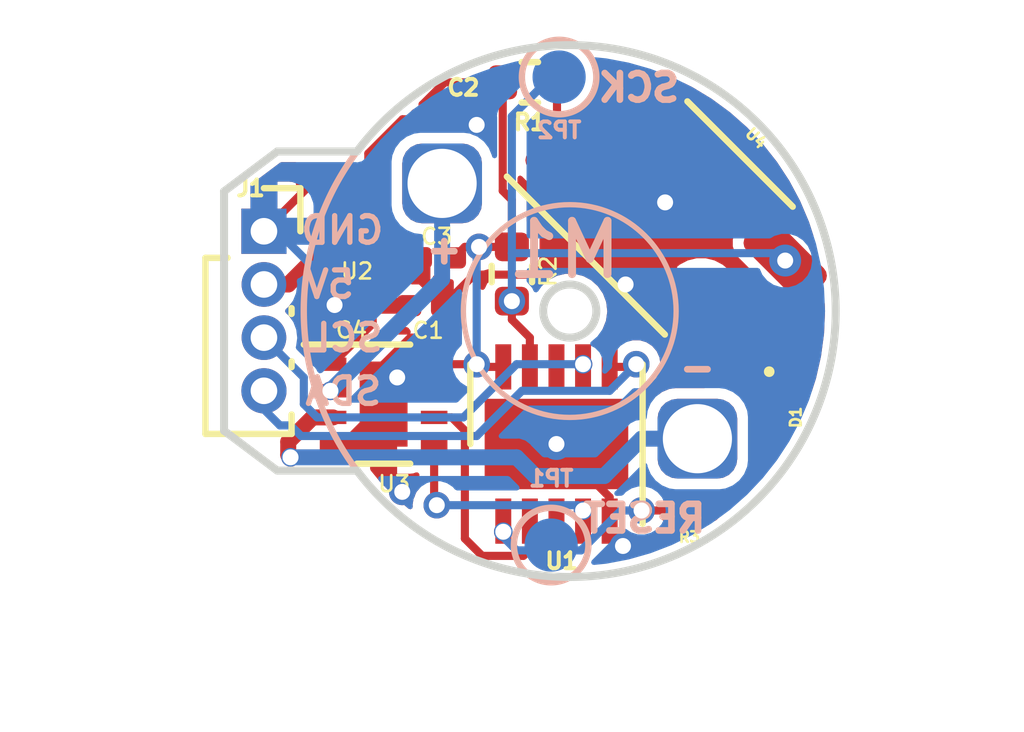
<source format=kicad_pcb>
(kicad_pcb (version 20211014) (generator pcbnew)
  (layers (0 "F.Cu" signal "Top") (31 "B.Cu" signal "Bottom") (34 "B.Paste" user) (35 "F.Paste" user) (36 "B.SilkS" user "B.Silkscreen") (37 "F.SilkS" user "F.Silkscreen") (38 "B.Mask" user) (39 "F.Mask" user) (44 "Edge.Cuts" user))
  (net 0 "")
  (net 1 "GND")
  (net 2 "+5V")
  (net 3 "M+")
  (net 7 "M-")
  (net 8 "+3V3")
  (net 9 "I2C_SCL")
  (net 10 "I2C_SDA")
  (net 11 "Net-(TP1-Pad1)")
  (net 12 "IR_SIG")
  (net 13 "Net-(U3-Pad6)")
  (net 14 "Net-(U3-Pad5)")
  (net 15 "Net-(U4-Pad1)")
  (net 16 "Net-(D1-Pad2)")
  (footprint "Resistor_SMD:R_0201_0603Metric" (layer "F.Cu") (at 102.25 103.75)
    (fp_text reference "R3" (at 0 0.5) (layer "F.SilkS") (effects (font (size 0.2 0.2) (thickness 0.05))))
    (fp_text value "100")
    (pad "1" smd roundrect locked (at -0.32 0) (size 0.46 0.4) (layers "F.Cu" "F.Mask") (net 11 "Net-(TP1-Pad1)"))
    (pad "2" smd roundrect locked (at 0.32 0) (size 0.46 0.4) (layers "F.Cu" "F.Mask") (net 16 "Net-(D1-Pad2)"))
  )
  (footprint "Package_DFN_QFN:DFN-10-1EP_3x3mm_P0.5mm_EP1.75x2.7mm" (layer "F.Cu") (at 99.75 102.5 90)
    (fp_text reference "U1" (at -2.2 0.1 180) (layer "F.SilkS") (effects (font (size 0.3 0.3) (thickness 0.075))))
    (fp_text value "ATtiny13A-MM")
    (fp_line (start -1.5 1.62) (end 1.5 1.62) (layer "F.SilkS") (width 0.12))
    (fp_line (start 0 -1.62) (end 1.5 -1.62) (layer "F.SilkS") (width 0.12))
    (pad "1" smd rect (at -1.45 -1 90) (size 0.85 0.3) (layers "F.Cu" "F.Paste" "F.Mask") (net 11 "Net-(TP1-Pad1)"))
    (pad "2" smd rect (at -1.45 -0.5 90) (size 0.85 0.3) (layers "F.Cu" "F.Paste" "F.Mask") (net 13 "Net-(U3-Pad6)"))
    (pad "3" smd rect (at -1.45 0 90) (size 0.85 0.3) (layers "F.Cu" "F.Paste" "F.Mask"))
    (pad "4" smd rect (at -1.45 0.5 90) (size 0.85 0.3) (layers "F.Cu" "F.Paste" "F.Mask") (net 14 "Net-(U3-Pad5)"))
    (pad "5" smd rect (at -1.45 1 90) (size 0.85 0.3) (layers "F.Cu" "F.Paste" "F.Mask") (net 1 "GND"))
    (pad "6" smd rect (at 1.45 1 90) (size 0.85 0.3) (layers "F.Cu" "F.Paste" "F.Mask") (net 10 "I2C_SDA"))
    (pad "7" smd rect (at 1.45 0.5 90) (size 0.85 0.3) (layers "F.Cu" "F.Paste" "F.Mask") (net 9 "I2C_SCL"))
    (pad "8" smd rect (at 1.45 0 90) (size 0.85 0.3) (layers "F.Cu" "F.Paste" "F.Mask"))
    (pad "9" smd rect (at 1.45 -0.5 90) (size 0.85 0.3) (layers "F.Cu" "F.Paste" "F.Mask") (net 12 "IR_SIG"))
    (pad "10" smd rect (at 1.45 -1 90) (size 0.85 0.3) (layers "F.Cu" "F.Paste" "F.Mask") (net 8 "+3V3"))
    (pad "11" smd rect (at 0 0 90) (size 1.7 2.7) (layers "F.Cu" "F.Mask") (net 1 "GND"))
  )
  (footprint "Capacitor_SMD:C_0201_0603Metric" (layer "F.Cu") (at 97.5 99)
    (fp_text reference "C3" (at -0.001836 -0.400809) (layer "F.SilkS") (effects (font (size 0.3 0.3) (thickness 0.05))))
    (fp_text value "0.1uF")
    (pad "1" smd roundrect locked (at -0.32 0) (size 0.46 0.4) (layers "F.Cu" "F.Mask") (net 1 "GND"))
    (pad "2" smd roundrect locked (at 0.32 0) (size 0.46 0.4) (layers "F.Cu" "F.Mask") (net 8 "+3V3"))
  )
  (footprint "LED_SMD:LED_0201_0603Metric" (layer "F.Cu") (at 103.75 102 -90)
    (fp_text reference "D1" (at 0 -0.5 90) (layer "F.SilkS") (effects (font (size 0.2 0.2) (thickness 0.05))))
    (fp_text value "LED")
    (fp_circle (center -0.86 0) (end -0.81 0) (layer "F.SilkS") (width 0.1) (fill none))
    (pad "1" smd roundrect locked (at -0.32 0 270) (size 0.46 0.4) (layers "F.Cu" "F.Mask") (net 1 "GND"))
    (pad "2" smd roundrect locked (at 0.32 0 270) (size 0.46 0.4) (layers "F.Cu" "F.Mask") (net 16 "Net-(D1-Pad2)"))
  )
  (footprint "Resistor_SMD:R_0402_1005Metric" (layer "F.Cu") (at 99.25 95.7)
    (fp_text reference "R1" (at 0 0.75) (layer "F.SilkS") (effects (font (size 0.3 0.3) (thickness 0.075))))
    (fp_text value "100")
    (fp_line (start -0.153641 -0.38) (end 0.153641 -0.38) (layer "F.SilkS") (width 0.12))
    (fp_line (start -0.153641 0.38) (end 0.153641 0.38) (layer "F.SilkS") (width 0.12))
    (pad "1" smd roundrect locked (at -0.51 0) (size 0.54 0.64) (layers "F.Cu" "F.Paste" "F.Mask") (net 8 "+3V3"))
    (pad "2" smd roundrect locked (at 0.51 0) (size 0.54 0.64) (layers "F.Cu" "F.Paste" "F.Mask") (net 15 "Net-(U4-Pad1)"))
  )
  (footprint "Package_SON:WSON-8-1EP_2x2mm_P0.5mm_EP0.9x1.6mm" (layer "F.Cu") (at 96.5 101.75)
    (fp_text reference "U3" (at 0.2 1.5) (layer "F.SilkS") (effects (font (size 0.3 0.3) (thickness 0.05))))
    (fp_text value "DRV8837C")
    (fp_line (start -1.5 -1.12) (end 0.5 -1.12) (layer "F.SilkS") (width 0.12))
    (fp_line (start 0.5 1.12) (end -0.5 1.12) (layer "F.SilkS") (width 0.12))
    (pad "1" smd rect locked (at -0.95 -0.75) (size 0.5 0.25) (layers "F.Cu" "F.Paste" "F.Mask") (net 2 "+5V"))
    (pad "2" smd rect locked (at -0.95 -0.25) (size 0.5 0.25) (layers "F.Cu" "F.Paste" "F.Mask") (net 3 "M+"))
    (pad "3" smd rect locked (at -0.95 0.25) (size 0.5 0.25) (layers "F.Cu" "F.Paste" "F.Mask") (net 7 "M-"))
    (pad "4" smd rect locked (at -0.95 0.75) (size 0.5 0.25) (layers "F.Cu" "F.Paste" "F.Mask") (net 1 "GND"))
    (pad "5" smd rect locked (at 0.95 0.75) (size 0.5 0.25) (layers "F.Cu" "F.Paste" "F.Mask") (net 14 "Net-(U3-Pad5)"))
    (pad "6" smd rect locked (at 0.95 0.25) (size 0.5 0.25) (layers "F.Cu" "F.Paste" "F.Mask") (net 13 "Net-(U3-Pad6)"))
    (pad "7" smd rect locked (at 0.95 -0.25) (size 0.5 0.25) (layers "F.Cu" "F.Paste" "F.Mask"))
    (pad "8" smd rect locked (at 0.95 -0.75) (size 0.5 0.25) (layers "F.Cu" "F.Paste" "F.Mask") (net 8 "+3V3"))
    (pad "9" smd rect locked (at 0 0) (size 0.9 1.6) (layers "F.Cu" "F.Mask") (net 1 "GND"))
  )
  (footprint "Resistor_SMD:R_0402_1005Metric" (layer "F.Cu") (at 98.911561 99.303931 -90)
    (fp_text reference "R2" (at -0.050565 -0.682906 90) (layer "F.SilkS") (effects (font (size 0.3 0.3) (thickness 0.05))))
    (fp_text value "10k")
    (fp_line (start -0.153641 -0.38) (end 0.153641 -0.38) (layer "F.SilkS") (width 0.12))
    (fp_line (start -0.153641 0.38) (end 0.153641 0.38) (layer "F.SilkS") (width 0.12))
    (pad "1" smd roundrect locked (at -0.51 0 270) (size 0.54 0.64) (layers "F.Cu" "F.Paste" "F.Mask") (net 8 "+3V3"))
    (pad "2" smd roundrect locked (at 0.51 0 270) (size 0.54 0.64) (layers "F.Cu" "F.Paste" "F.Mask") (net 12 "IR_SIG"))
  )
  (footprint "Capacitor_SMD:C_0201_0603Metric" (layer "F.Cu") (at 95.9 99.9)
    (fp_text reference "C4" (at -0.003811 0.460079) (layer "F.SilkS") (effects (font (size 0.3 0.3) (thickness 0.05))))
    (fp_text value "0.1uF")
    (pad "1" smd roundrect locked (at -0.32 0) (size 0.46 0.4) (layers "F.Cu" "F.Mask") (net 1 "GND"))
    (pad "2" smd roundrect locked (at 0.32 0) (size 0.46 0.4) (layers "F.Cu" "F.Mask") (net 2 "+5V"))
  )
  (footprint "MIC5365-3.3YMT-TZ:MIC5365-3.3YMT-TZ" (layer "F.Cu") (at 95.9 98.1 -90)
    (fp_text reference "U2" (at 1.15 -0.1 180) (layer "F.SilkS") (effects (font (size 0.3 0.3) (thickness 0.05))))
    (fp_text value "MIC5365-3.3YMT-TZ" hide)
    (pad "1" smd roundrect (at -0.52 -0.311917 270) (size 0.67 0.38) (layers "F.Cu" "F.Paste" "F.Mask") (roundrect_rratio 0.15) (chamfer_ratio 0.5) (chamfer bottom_right) (net 8 "+3V3"))
    (pad "2" smd roundrect (at -0.52 0.31 270) (size 0.675 0.380058) (layers "F.Cu" "F.Paste" "F.Mask") (roundrect_rratio 0.1500007894) (chamfer_ratio 0.5) (chamfer top_right) (net 1 "GND"))
    (pad "3" smd roundrect (at 0.52 0.31 270) (size 0.67 0.380118) (layers "F.Cu" "F.Paste" "F.Mask") (roundrect_rratio 0.1500007892) (chamfer_ratio 0.5) (chamfer top_left) (net 2 "+5V"))
    (pad "4" smd roundrect (at 0.5207 -0.312501 270) (size 0.67105 0.380238) (layers "F.Cu" "F.Paste" "F.Mask") (roundrect_rratio 0.150000789) (chamfer_ratio 0.5) (chamfer bottom_left) (net 2 "+5V"))
    (pad "5" smd roundrect (at 0 0 315) (size 0.39 0.39) (layers "F.Cu" "F.Paste" "F.Mask") (roundrect_rratio 0.1) (net 1 "GND"))
  )
  (footprint "OptoDevice:OnSemi_CASE100CY" (layer "F.Cu") (at 102 98.25 45)
    (fp_text reference "U4" (at 2.12132 0 135) (layer "F.SilkS") (effects (font (size 0.2 0.2) (thickness 0.05))))
    (fp_text value "QRE1113GR")
    (fp_line (start -1.7 1.4) (end -1.7 -2.8) (layer "F.SilkS") (width 0.12))
    (fp_line (start 1.7 1.4) (end 1.7 -1.4) (layer "F.SilkS") (width 0.12))
    (pad "1" smd roundrect locked (at -0.9 -2 45) (size 0.79 1.66) (layers "F.Cu" "F.Paste" "F.Mask") (net 15 "Net-(U4-Pad1)"))
    (pad "2" smd roundrect locked (at -0.9 2 45) (size 0.79 1.66) (layers "F.Cu" "F.Paste" "F.Mask") (net 1 "GND"))
    (pad "3" smd roundrect locked (at 0.9 2 45) (size 0.79 1.66) (layers "F.Cu" "F.Paste" "F.Mask") (net 12 "IR_SIG"))
    (pad "4" smd roundrect locked (at 0.9 -2 45) (size 0.79 1.66) (layers "F.Cu" "F.Paste" "F.Mask") (net 1 "GND"))
  )
  (footprint "Connector_PinSocket_1.00mm:PinSocket_1x04_P1.00mm_Vertical" (layer "F.Cu") (at 94.25 98.5)
    (fp_text reference "J1" (at -0.25 -0.81) (layer "F.SilkS") (effects (font (size 0.3 0.3) (thickness 0.075))))
    (fp_text value "Conn_01x04")
    (fp_text user "SCL" (at 2.285642 2.004693 unlocked) (layer "B.SilkS") (effects (font (size 0.5 0.5) (thickness 0.1)) (justify left mirror)))
    (fp_text user "5V" (at 1.75 1 unlocked) (layer "B.SilkS") (effects (font (size 0.5 0.5) (thickness 0.1)) (justify left mirror)))
    (fp_text user "GND" (at 2.3 -0.02 unlocked) (layer "B.SilkS") (effects (font (size 0.5 0.5) (thickness 0.1)) (justify left mirror)))
    (fp_text user "SDA" (at 2.26 3.01 unlocked) (layer "B.SilkS") (effects (font (size 0.5 0.5) (thickness 0.1)) (justify left mirror)))
    (fp_line (start 0.52 3.445898) (end 0.52 3.81) (layer "F.SilkS") (width 0.12))
    (fp_line (start 0 -0.81) (end 0.685 -0.81) (layer "F.SilkS") (width 0.12))
    (fp_line (start -1.1 0.5) (end -1.1 3.81) (layer "F.SilkS") (width 0.12))
    (fp_line (start 0.52 2.445898) (end 0.52 2.554102) (layer "F.SilkS") (width 0.12))
    (fp_line (start -1.1 0.5) (end -0.685 0.5) (layer "F.SilkS") (width 0.12))
    (fp_line (start -1.1 3.81) (end 0.52 3.81) (layer "F.SilkS") (width 0.12))
    (fp_line (start 0.52 1.445898) (end 0.52 1.554102) (layer "F.SilkS") (width 0.12))
    (fp_line (start 0.685 -0.81) (end 0.685 0) (layer "F.SilkS") (width 0.12))
    (pad "1" thru_hole rect (at 0 0) (size 0.85 0.85) (drill 0.5) (layers *.Cu *.Mask) (net 1 "GND"))
    (pad "2" thru_hole oval (at 0 1) (size 0.84 0.84) (drill 0.5) (layers *.Cu *.Mask) (net 2 "+5V"))
    (pad "3" thru_hole oval (at 0 2) (size 0.84 0.84) (drill 0.5) (layers *.Cu *.Mask) (net 9 "I2C_SCL"))
    (pad "4" thru_hole oval (at 0 3) (size 0.85 0.85) (drill 0.5) (layers *.Cu *.Mask) (net 10 "I2C_SDA"))
  )
  (footprint "Capacitor_SMD:C_0201_0603Metric" (layer "F.Cu") (at 97.3 99.9 180)
    (fp_text reference "C1" (at -0.038174 -0.465662 180) (layer "F.SilkS") (effects (font (size 0.3 0.3) (thickness 0.05))))
    (fp_text value "1uF")
    (pad "1" smd roundrect locked (at -0.32 0 180) (size 0.46 0.4) (layers "F.Cu" "F.Mask") (net 1 "GND"))
    (pad "2" smd roundrect locked (at 0.32 0 180) (size 0.46 0.4) (layers "F.Cu" "F.Mask") (net 2 "+5V"))
  )
  (footprint "Capacitor_SMD:C_0201_0603Metric" (layer "F.Cu") (at 97.551752 96.394477 180)
    (fp_text reference "C2" (at -0.448248 0.594477) (layer "F.SilkS") (effects (font (size 0.3 0.3) (thickness 0.075))))
    (fp_text value "1uF")
    (pad "1" smd roundrect locked (at -0.32 0 180) (size 0.46 0.4) (layers "F.Cu" "F.Mask") (net 1 "GND"))
    (pad "2" smd roundrect locked (at 0.32 0 180) (size 0.46 0.4) (layers "F.Cu" "F.Mask") (net 8 "+3V3"))
  )
  (footprint "TestPoint:TestPoint_Pad_D1.0mm" (layer "B.Cu") (at 99.8 95.6)
    (fp_text reference "TP2" (at 0 1) (layer "B.SilkS") (effects (font (size 0.3 0.3) (thickness 0.075)) (justify mirror)))
    (fp_text value "SCK" (at 1.5 0.2) (layer "B.SilkS") (effects (font (size 0.5 0.5) (thickness 0.125)) (justify mirror)))
    (fp_circle (center 0 0) (end 0 -0.7) (layer "B.SilkS") (width 0.12) (fill none))
    (pad "1" smd circle locked (at 0 0) (size 1 1) (layers "B.Cu" "B.Mask") (net 12 "IR_SIG"))
  )
  (footprint "project-footprints:9161C-m10-motor" (layer "B.Cu") (at 100 100 180)
    (fp_text reference "M1" (at 0.1 1.15 unlocked) (layer "B.SilkS") (effects (justify mirror)))
    (fp_text value "9161C M10")
    (fp_text user "+" (at 2.36 1.16 unlocked) (layer "B.SilkS") (effects (font (size 0.5 0.5) (thickness 0.125)) (justify mirror)))
    (fp_text user "-" (at -2.4 -1.06 unlocked) (layer "B.SilkS") (effects (font (size 0.5 0.5) (thickness 0.125)) (justify mirror)))
    (fp_arc (start -3 4) (mid -5 0) (end -3 -4) (layer "B.SilkS") (width 0.12))
    (fp_arc (start 3 -4) (mid 5.000868 0) (end 3 4) (layer "B.SilkS") (width 0.12))
    (fp_circle (center 0 0) (end 2 0) (layer "B.SilkS") (width 0.1) (fill none))
    (fp_circle (center 0 0) (end 0 -0.5) (layer "Edge.Cuts") (width 0.15) (fill none))
    (pad "1" thru_hole roundrect (at 2.4 2.4 180) (size 1.5 1.5) (drill 1.3) (layers *.Cu *.Mask) (net 3 "M+") (clearance 0.2))
    (pad "2" thru_hole roundrect (at -2.4 -2.4 180) (size 1.5 1.5) (drill 1.3) (layers *.Cu *.Mask) (net 7 "M-") (clearance 0.2))
  )
  (footprint "TestPoint:TestPoint_Pad_D1.0mm" (layer "B.Cu") (at 99.65 104.4)
    (fp_text reference "TP1" (at 0 -1.25) (layer "B.SilkS") (effects (font (size 0.3 0.3) (thickness 0.075)) (justify mirror)))
    (fp_text value "RESET" (at 1.75 -0.5) (layer "B.SilkS") (effects (font (size 0.5 0.5) (thickness 0.125)) (justify mirror)))
    (fp_circle (center 0 0) (end 0 -0.7) (layer "B.SilkS") (width 0.12) (fill none))
    (pad "1" smd circle locked (at 0 0) (size 1 1) (layers "B.Cu" "B.Mask") (net 11 "Net-(TP1-Pad1)"))
  )
  (gr_arc (start 96 97) (mid 104.999989 100) (end 96 103) (layer "Edge.Cuts") (width 0.15))
  (gr_line (start 93.5 97.75) (end 93.5 102.25) (layer "Edge.Cuts") (width 0.15))
  (gr_line (start 96 97) (end 94.5 97) (layer "Edge.Cuts") (width 0.15))
  (gr_line (start 94.5 97) (end 93.5 97.75) (layer "Edge.Cuts") (width 0.15))
  (gr_line (start 93.5 102.25) (end 94.5 103) (layer "Edge.Cuts") (width 0.15))
  (gr_line (start 94.5 103) (end 96 103) (layer "Edge.Cuts") (width 0.15))
  (segment (start 95.75 102.5) (end 95.55 102.5) (width 0.1524) (layer "F.Cu") (net 1))
  (segment (start 101.1 101.7) (end 101.35 101.7) (width 0.1524) (layer "F.Cu") (net 1))
  (segment (start 95.1707 97.5793) (end 95.587499 97.5793) (width 0.1524) (layer "F.Cu") (net 1))
  (segment (start 101.222183 96.19939) (end 101.222183 96.222183) (width 0.1524) (layer "F.Cu") (net 1))
  (segment (start 98.144477 96.394477) (end 98.25 96.5) (width 0.1524) (layer "F.Cu") (net 1))
  (segment (start 97.5 100.5) (end 97 100.5) (width 0.1524) (layer "F.Cu") (net 1))
  (segment (start 97.62 99.845969) (end 97.62 99.9) (width 0.1524) (layer "F.Cu") (net 1))
  (segment (start 102.74939 100.30061) (end 102.777817 100.30061) (width 0.1524) (layer "F.Cu") (net 1))
  (segment (start 101.222183 96.19939) (end 101.793018 96.770225) (width 0.1524) (layer "F.Cu") (net 1))
  (segment (start 96.5 101) (end 96.5 101.75) (width 0.1524) (layer "F.Cu") (net 1))
  (segment (start 101.608829 99.5) (end 101.793018 99.315811) (width 0.1524) (layer "F.Cu") (net 1))
  (segment (start 100.75 103.95) (end 100.75 103.5) (width 0.1524) (layer "F.Cu") (net 1))
  (segment (start 100.75 103.95) (end 100.75 104.166786) (width 0.1524) (layer "F.Cu") (net 1))
  (segment (start 101.793018 96.770225) (end 101.793018 97.956982) (width 0.1524) (layer "F.Cu") (net 1))
  (segment (start 100.75 104.166786) (end 101.000634 104.41742) (width 0.1524) (layer "F.Cu") (net 1))
  (segment (start 97.62 99.9) (end 97.5 100.02) (width 0.1524) (layer "F.Cu") (net 1))
  (segment (start 96.5 101.75) (end 95.75 102.5) (width 0.1524) (layer "F.Cu") (net 1))
  (segment (start 97 100.5) (end 96.5 101) (width 0.1524) (layer "F.Cu") (net 1))
  (segment (start 101.05 99.5) (end 101.608829 99.5) (width 0.1524) (layer "F.Cu") (net 1))
  (segment (start 101.35 101.7) (end 102.74939 100.30061) (width 0.1524) (layer "F.Cu") (net 1))
  (segment (start 95.587499 97.5793) (end 95.587499 97.787499) (width 0.1524) (layer "F.Cu") (net 1))
  (segment (start 97.18 99.405969) (end 97.62 99.845969) (width 0.1524) (layer "F.Cu") (net 1))
  (segment (start 103.75 101.68) (end 103.75 101.272793) (width 0.1524) (layer "F.Cu") (net 1))
  (segment (start 98.204189 99.315811) (end 99.434189 99.315811) (width 0.1524) (layer "F.Cu") (net 1))
  (segment (start 97.5 100.02) (end 97.5 100.5) (width 0.1524) (layer "F.Cu") (net 1))
  (segment (start 94.25 98.5) (end 95.1707 97.5793) (width 0.1524) (layer "F.Cu") (net 1))
  (segment (start 100.6 99.05) (end 101.05 99.5) (width 0.1524) (layer "F.Cu") (net 1))
  (segment (start 100.75 103.5) (end 99.75 102.5) (width 0.1524) (layer "F.Cu") (net 1))
  (segment (start 97.62 99.9) (end 98.204189 99.315811) (width 0.1524) (layer "F.Cu") (net 1))
  (segment (start 97.18 99) (end 97.18 99.405969) (width 0.1524) (layer "F.Cu") (net 1))
  (segment (start 101.793018 99.315811) (end 102.777817 100.30061) (width 0.1524) (layer "F.Cu") (net 1))
  (segment (start 99.7 99.05) (end 100.6 99.05) (width 0.1524) (layer "F.Cu") (net 1))
  (segment (start 95.587499 97.787499) (end 95.9 98.1) (width 0.1524) (layer "F.Cu") (net 1))
  (segment (start 100.3 102.5) (end 101.1 101.7) (width 0.1524) (layer "F.Cu") (net 1))
  (segment (start 101.793018 97.956982) (end 101.793018 99.315811) (width 0.1524) (layer "F.Cu") (net 1))
  (segment (start 99.434189 99.315811) (end 99.7 99.05) (width 0.1524) (layer "F.Cu") (net 1))
  (segment (start 97.871752 96.394477) (end 98.144477 96.394477) (width 0.1524) (layer "F.Cu") (net 1))
  (segment (start 103.75 101.272793) (end 102.777817 100.30061) (width 0.1524) (layer "F.Cu") (net 1))
  (segment (start 99.75 102.5) (end 100.3 102.5) (width 0.1524) (layer "F.Cu") (net 1))
  (via (at 96.85 103.4) (size 0.5) (drill 0.3) (layers "F.Cu" "B.Cu") (net 1))
  (via (at 96.755458 101.248571) (size 0.5) (drill 0.3) (layers "F.Cu" "B.Cu") (net 1))
  (via (at 99.75 102.5) (size 0.6) (drill 0.3) (layers "F.Cu" "B.Cu") (net 1))
  (via (at 98.25 96.5) (size 0.4) (drill 0.3) (layers "F.Cu" "B.Cu") (net 1))
  (via (at 101.000634 104.41742) (size 0.5) (drill 0.3) (layers "F.Cu" "B.Cu") (net 1))
  (via (at 101.05 99.5) (size 0.6) (drill 0.3) (layers "F.Cu" "B.Cu") (net 1))
  (via (at 101.793018 97.956982) (size 0.6) (drill 0.3) (layers "F.Cu" "B.Cu") (net 1))
  (via (at 95.578069 99.886986) (size 0.35) (drill 0.3) (layers "F.Cu" "B.Cu") (net 1))
  (segment (start 97 96.5) (end 95 98.5) (width 0.1524) (layer "B.Cu") (net 1))
  (segment (start 95 98.5) (end 94.25 98.5) (width 0.1524) (layer "B.Cu") (net 1))
  (segment (start 98.25 96.5) (end 97 96.5) (width 0.1524) (layer "B.Cu") (net 1))
  (segment (start 95.578069 99.886986) (end 95.578069 99.578069) (width 0.1524) (layer "B.Cu") (net 1))
  (segment (start 94.5 98.5) (end 94.25 98.5) (width 0.1524) (layer "B.Cu") (net 1))
  (segment (start 95.578069 99.578069) (end 94.5 98.5) (width 0.1524) (layer "B.Cu") (net 1))
  (segment (start 96.1 99) (end 96.212501 98.887499) (width 0.3) (layer "F.Cu") (net 2))
  (segment (start 94.25 99.5) (end 94.708199 99.5) (width 0.3) (layer "F.Cu") (net 2))
  (segment (start 96.22 100.206118) (end 95.551319 100.874799) (width 0.3) (layer "F.Cu") (net 2))
  (segment (start 95.59 98.62) (end 95.59 98.84) (width 0.3) (layer "F.Cu") (net 2))
  (segment (start 96.212501 99.892501) (end 96.22 99.9) (width 0.3) (layer "F.Cu") (net 2))
  (segment (start 95.59 98.84) (end 95.75 99) (width 0.3) (layer "F.Cu") (net 2))
  (segment (start 96.22 99.9) (end 96.98 99.9) (width 0.3) (layer "F.Cu") (net 2))
  (segment (start 95.75 99) (end 96.1 99) (width 0.3) (layer "F.Cu") (net 2))
  (segment (start 96.212501 98.6207) (end 96.212501 99.892501) (width 0.3) (layer "F.Cu") (net 2))
  (segment (start 96.212501 98.887499) (end 96.212501 98.6207) (width 0.3) (layer "F.Cu") (net 2))
  (segment (start 96.22 99.9) (end 96.22 100.206118) (width 0.3) (layer "F.Cu") (net 2))
  (segment (start 94.708199 99.5) (end 95.587499 98.6207) (width 0.3) (layer "F.Cu") (net 2))
  (via (at 95.5 101.5) (size 0.35) (drill 0.3) (layers "F.Cu" "B.Cu") (net 3))
  (segment (start 97.6 99.4) (end 97.6 97.6) (width 0.3) (layer "B.Cu") (net 3))
  (segment (start 95.5 101.5) (end 97.6 99.4) (width 0.3) (layer "B.Cu") (net 3))
  (segment (start 95.55 102) (end 95.165329 102) (width 0.3) (layer "F.Cu") (net 7))
  (segment (start 95.165329 102) (end 94.706599 102.45873) (width 0.3) (layer "F.Cu") (net 7))
  (segment (start 94.706599 102.45873) (end 94.706599 102.706599) (width 0.3) (layer "F.Cu") (net 7))
  (segment (start 94.706599 102.706599) (end 94.75 102.75) (width 0.3) (layer "F.Cu") (net 7))
  (via (at 94.75 102.75) (size 0.35) (drill 0.3) (layers "F.Cu" "B.Cu") (net 7))
  (segment (start 99.351911 103.101911) (end 100.648089 103.101911) (width 0.3) (layer "B.Cu") (net 7))
  (segment (start 101.35 102.4) (end 102.4 102.4) (width 0.3) (layer "B.Cu") (net 7))
  (segment (start 100.648089 103.101911) (end 101.35 102.4) (width 0.3) (layer "B.Cu") (net 7))
  (segment (start 99 102.75) (end 99.351911 103.101911) (width 0.3) (layer "B.Cu") (net 7))
  (segment (start 94.75 102.75) (end 99 102.75) (width 0.3) (layer "B.Cu") (net 7))
  (segment (start 98.911561 98.793931) (end 98.293931 98.793931) (width 0.1524) (layer "F.Cu") (net 8))
  (segment (start 98.911561 97.911561) (end 98.74 97.74) (width 0.1524) (layer "F.Cu") (net 8))
  (segment (start 96.212501 97.5793) (end 96.212501 97.037499) (width 0.1524) (layer "F.Cu") (net 8))
  (segment (start 98.3 101.05) (end 98.25 101) (width 0.1524) (layer "F.Cu") (net 8))
  (segment (start 98.75 101.05) (end 98.3 101.05) (width 0.1524) (layer "F.Cu") (net 8))
  (segment (start 97.65 95.7) (end 98.74 95.7) (width 0.1524) (layer "F.Cu") (net 8))
  (segment (start 97.231752 96.118248) (end 97.65 95.7) (width 0.1524) (layer "F.Cu") (net 8))
  (segment (start 98.026069 98.793931) (end 97.82 99) (width 0.1524) (layer "F.Cu") (net 8))
  (segment (start 96.212501 97.037499) (end 96.855523 96.394477) (width 0.1524) (layer "F.Cu") (net 8))
  (segment (start 98.293931 98.793931) (end 98.026069 98.793931) (width 0.1524) (layer "F.Cu") (net 8))
  (segment (start 98.25 101) (end 97.45 101) (width 0.1524) (layer "F.Cu") (net 8))
  (segment (start 98.74 95.7) (end 98.74 97.74) (width 0.1524) (layer "F.Cu") (net 8))
  (segment (start 98.911561 98.793931) (end 98.911561 97.911561) (width 0.1524) (layer "F.Cu") (net 8))
  (segment (start 96.855523 96.394477) (end 97.231752 96.394477) (width 0.1524) (layer "F.Cu") (net 8))
  (segment (start 97.231752 96.394477) (end 97.231752 96.118248) (width 0.1524) (layer "F.Cu") (net 8))
  (via (at 98.293931 98.793931) (size 0.5) (drill 0.3) (layers "F.Cu" "B.Cu") (net 8))
  (via (at 98.25 101) (size 0.5) (drill 0.3) (layers "F.Cu" "B.Cu") (net 8))
  (segment (start 98.25 101) (end 98.25 98.837862) (width 0.1524) (layer "B.Cu") (net 8))
  (segment (start 98.25 98.837862) (end 98.293931 98.793931) (width 0.1524) (layer "B.Cu") (net 8))
  (via (at 100.25 101) (size 0.35) (drill 0.3) (layers "F.Cu" "B.Cu") (net 9))
  (segment (start 95.249409 101.999409) (end 98.000591 101.999409) (width 0.1524) (layer "B.Cu") (net 9))
  (segment (start 95 101.75) (end 95 101.25) (width 0.1524) (layer "B.Cu") (net 9))
  (segment (start 95 101.25) (end 94.25 100.5) (width 0.1524) (layer "B.Cu") (net 9))
  (segment (start 99 101) (end 100.25 101) (width 0.1524) (layer "B.Cu") (net 9))
  (segment (start 98.000591 101.999409) (end 99 101) (width 0.1524) (layer "B.Cu") (net 9))
  (segment (start 95.249409 101.999409) (end 95 101.75) (width 0.1524) (layer "B.Cu") (net 9))
  (segment (start 101.2 101.05) (end 101.25 101) (width 0.1524) (layer "F.Cu") (net 10))
  (segment (start 100.75 101.05) (end 101.2 101.05) (width 0.1524) (layer "F.Cu") (net 10))
  (via (at 101.25 101) (size 0.5) (drill 0.3) (layers "F.Cu" "B.Cu") (net 10))
  (segment (start 98.25 102.35) (end 94.95 102.35) (width 0.1524) (layer "B.Cu") (net 10))
  (segment (start 94.25 101.85) (end 94.25 101.5) (width 0.1524) (layer "B.Cu") (net 10))
  (segment (start 99.1 101.5) (end 98.25 102.35) (width 0.1524) (layer "B.Cu") (net 10))
  (segment (start 94.95 102.35) (end 94.75 102.15) (width 0.1524) (layer "B.Cu") (net 10))
  (segment (start 100.75 101.5) (end 99.1 101.5) (width 0.1524) (layer "B.Cu") (net 10))
  (segment (start 94.55 102.15) (end 94.25 101.85) (width 0.1524) (layer "B.Cu") (net 10))
  (segment (start 100.75 101.5) (end 101.25 101) (width 0.1524) (layer "B.Cu") (net 10))
  (segment (start 94.75 102.15) (end 94.55 102.15) (width 0.1524) (layer "B.Cu") (net 10))
  (segment (start 101.35 103.75) (end 101.93 103.75) (width 0.1524) (layer "F.Cu") (net 11))
  (via (at 101.35 103.75) (size 0.5) (drill 0.3) (layers "F.Cu" "B.Cu") (net 11))
  (via (at 98.75 104.15) (size 0.35) (drill 0.3) (layers "F.Cu" "B.Cu") (net 11))
  (segment (start 100.962 103.75) (end 101.35 103.75) (width 0.1524) (layer "B.Cu") (net 11))
  (segment (start 99 104.5) (end 100.212 104.5) (width 0.1524) (layer "B.Cu") (net 11))
  (segment (start 100.212 104.5) (end 100.962 103.75) (width 0.1524) (layer "B.Cu") (net 11))
  (segment (start 98.75 104.15) (end 98.75 104.25) (width 0.1524) (layer "B.Cu") (net 11))
  (segment (start 98.75 104.25) (end 99 104.5) (width 0.1524) (layer "B.Cu") (net 11))
  (segment (start 98.911561 99.813931) (end 98.911561 100.161561) (width 0.1524) (layer "F.Cu") (net 12))
  (segment (start 98.911561 100.161561) (end 99.25 100.5) (width 0.1524) (layer "F.Cu") (net 12))
  (segment (start 104.05061 99.027817) (end 104.05061 99.05061) (width 0.1524) (layer "F.Cu") (net 12))
  (segment (start 99.25 100.5) (end 99.25 101.05) (width 0.1524) (layer "F.Cu") (net 12))
  (via (at 98.911561 99.813931) (size 0.5) (drill 0.3) (layers "F.Cu" "B.Cu") (net 12))
  (via (at 104.05061 99.05061) (size 0.6) (drill 0.3) (layers "F.Cu" "B.Cu") (net 12))
  (segment (start 98.911561 99.813931) (end 98.911561 98.911561) (width 0.1524) (layer "B.Cu") (net 12))
  (segment (start 98.911561 96.338439) (end 99.75 95.5) (width 0.1524) (layer "B.Cu") (net 12))
  (segment (start 103.911561 98.911561) (end 98.911561 98.911561) (width 0.1524) (layer "B.Cu") (net 12))
  (segment (start 98.911561 98.911561) (end 98.911561 96.338439) (width 0.1524) (layer "B.Cu") (net 12))
  (segment (start 104.05061 99.05061) (end 103.911561 98.911561) (width 0.1524) (layer "B.Cu") (net 12))
  (segment (start 98.02812 102.246898) (end 97.781222 102) (width 0.1524) (layer "F.Cu") (net 13))
  (segment (start 99.25 103.95) (end 99.25 104.481222) (width 0.1524) (layer "F.Cu") (net 13))
  (segment (start 98.353111 104.603111) (end 98.02812 104.27812) (width 0.1524) (layer "F.Cu") (net 13))
  (segment (start 99.25 104.481222) (end 99.128111 104.603111) (width 0.1524) (layer "F.Cu") (net 13))
  (segment (start 99.128111 104.603111) (end 98.353111 104.603111) (width 0.1524) (layer "F.Cu") (net 13))
  (segment (start 97.781222 102) (end 97.45 102) (width 0.1524) (layer "F.Cu") (net 13))
  (segment (start 98.02812 104.27812) (end 98.02812 102.246898) (width 0.1524) (layer "F.Cu") (net 13))
  (segment (start 97.45 102.5) (end 97.45 103.7) (width 0.1524) (layer "F.Cu") (net 14))
  (via (at 100.25 103.75) (size 0.35) (drill 0.3) (layers "F.Cu" "B.Cu") (net 14))
  (via (at 97.5 103.65) (size 0.5) (drill 0.3) (layers "F.Cu" "B.Cu") (net 14))
  (segment (start 100.15 103.65) (end 97.5 103.65) (width 0.1524) (layer "B.Cu") (net 14))
  (segment (start 100.25 103.75) (end 100.15 103.65) (width 0.1524) (layer "B.Cu") (net 14))
  (segment (start 99.76 97.282793) (end 99.76 95.7) (width 0.1524) (layer "F.Cu") (net 15))
  (segment (start 99.94939 97.472183) (end 99.76 97.282793) (width 0.1524) (layer "F.Cu") (net 15))
  (segment (start 103.75 102.75) (end 103.75 102.32) (width 0.1524) (layer "F.Cu") (net 16))
  (segment (start 102.57 103.75) (end 102.75 103.75) (width 0.1524) (layer "F.Cu") (net 16))
  (segment (start 102.75 103.75) (end 103.75 102.75) (width 0.1524) (layer "F.Cu") (net 16))
  (zone (net 1) (net_name "GND") (layers F&B.Cu) (connect_pads (clearance 0.2)) (min_thickness 0.1) (fill yes (thermal_gap 0.508) (thermal_bridge_width 0.508))
    (polygon (pts (xy 105.25 105.75) (xy 92.75 105.75) (xy 92.75 94.5) (xy 105.25 94.5)))
  )
)
</source>
